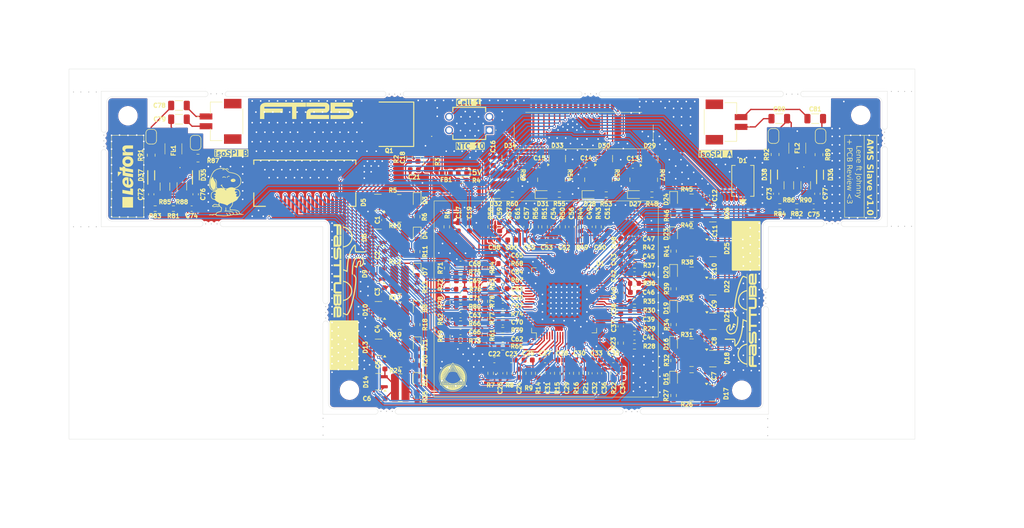
<source format=kicad_pcb>
(kicad_pcb
	(version 20240108)
	(generator "pcbnew")
	(generator_version "8.0")
	(general
		(thickness 1.6)
		(legacy_teardrops no)
	)
	(paper "A4")
	(layers
		(0 "F.Cu" signal)
		(1 "In1.Cu" signal)
		(2 "In2.Cu" signal)
		(31 "B.Cu" signal)
		(32 "B.Adhes" user "B.Adhesive")
		(33 "F.Adhes" user "F.Adhesive")
		(34 "B.Paste" user)
		(35 "F.Paste" user)
		(36 "B.SilkS" user "B.Silkscreen")
		(37 "F.SilkS" user "F.Silkscreen")
		(38 "B.Mask" user)
		(39 "F.Mask" user)
		(40 "Dwgs.User" user "User.Drawings")
		(41 "Cmts.User" user "User.Comments")
		(42 "Eco1.User" user "User.Eco1")
		(43 "Eco2.User" user "User.Eco2")
		(44 "Edge.Cuts" user)
		(45 "Margin" user)
		(46 "B.CrtYd" user "B.Courtyard")
		(47 "F.CrtYd" user "F.Courtyard")
		(48 "B.Fab" user)
		(49 "F.Fab" user)
		(50 "User.1" user)
		(51 "User.2" user)
		(52 "User.3" user)
		(53 "User.4" user)
		(54 "User.5" user)
		(55 "User.6" user)
		(56 "User.7" user)
		(57 "User.8" user)
		(58 "User.9" user)
	)
	(setup
		(stackup
			(layer "F.SilkS"
				(type "Top Silk Screen")
			)
			(layer "F.Paste"
				(type "Top Solder Paste")
			)
			(layer "F.Mask"
				(type "Top Solder Mask")
				(thickness 0.01)
			)
			(layer "F.Cu"
				(type "copper")
				(thickness 0.035)
			)
			(layer "dielectric 1"
				(type "prepreg")
				(thickness 0.1)
				(material "FR4")
				(epsilon_r 4.5)
				(loss_tangent 0.02)
			)
			(layer "In1.Cu"
				(type "copper")
				(thickness 0.035)
			)
			(layer "dielectric 2"
				(type "core")
				(thickness 1.24)
				(material "FR4")
				(epsilon_r 4.5)
				(loss_tangent 0.02)
			)
			(layer "In2.Cu"
				(type "copper")
				(thickness 0.035)
			)
			(layer "dielectric 3"
				(type "prepreg")
				(thickness 0.1)
				(material "FR4")
				(epsilon_r 4.5)
				(loss_tangent 0.02)
			)
			(layer "B.Cu"
				(type "copper")
				(thickness 0.035)
			)
			(layer "B.Mask"
				(type "Bottom Solder Mask")
				(thickness 0.01)
			)
			(layer "B.Paste"
				(type "Bottom Solder Paste")
			)
			(layer "B.SilkS"
				(type "Bottom Silk Screen")
			)
			(copper_finish "None")
			(dielectric_constraints no)
		)
		(pad_to_mask_clearance 0)
		(allow_soldermask_bridges_in_footprints no)
		(pcbplotparams
			(layerselection 0x00010fc_ffffffff)
			(plot_on_all_layers_selection 0x0000000_00000000)
			(disableapertmacros no)
			(usegerberextensions no)
			(usegerberattributes yes)
			(usegerberadvancedattributes yes)
			(creategerberjobfile no)
			(dashed_line_dash_ratio 12.000000)
			(dashed_line_gap_ratio 3.000000)
			(svgprecision 4)
			(plotframeref no)
			(viasonmask no)
			(mode 1)
			(useauxorigin yes)
			(hpglpennumber 1)
			(hpglpenspeed 20)
			(hpglpendiameter 15.000000)
			(pdf_front_fp_property_popups yes)
			(pdf_back_fp_property_popups yes)
			(dxfpolygonmode yes)
			(dxfimperialunits yes)
			(dxfusepcbnewfont yes)
			(psnegative no)
			(psa4output no)
			(plotreference yes)
			(plotvalue no)
			(plotfptext yes)
			(plotinvisibletext no)
			(sketchpadsonfab no)
			(subtractmaskfromsilk yes)
			(outputformat 1)
			(mirror no)
			(drillshape 0)
			(scaleselection 1)
			(outputdirectory "gerber/")
		)
	)
	(net 0 "")
	(net 1 "GND")
	(net 2 "Net-(U1-V+)")
	(net 3 "Net-(U1-DRIVE)")
	(net 4 "Net-(U1-VREF1)")
	(net 5 "+5V")
	(net 6 "/FilterBalancingNetwork/CB")
	(net 7 "/FilterBalancingNetwork/CB:A")
	(net 8 "/FilterBalancingNetwork/CA")
	(net 9 "/Cell 15{slash}16")
	(net 10 "/S16P")
	(net 11 "/S15P")
	(net 12 "/Cell 15{slash}14")
	(net 13 "/FilterBalancingNetwork1/CB:A")
	(net 14 "/FilterBalancingNetwork1/CB")
	(net 15 "/FilterBalancingNetwork1/CA")
	(net 16 "/S14P")
	(net 17 "/Cell 14{slash}13")
	(net 18 "/S13P")
	(net 19 "/Cell 13{slash}12")
	(net 20 "/FilterBalancingNetwork2/CB")
	(net 21 "/FilterBalancingNetwork2/CB:A")
	(net 22 "/FilterBalancingNetwork2/CA")
	(net 23 "/S12P")
	(net 24 "/Cell 12{slash}11")
	(net 25 "/S11P")
	(net 26 "/Cell 11{slash}10")
	(net 27 "/FilterBalancingNetwork3/CB")
	(net 28 "/FilterBalancingNetwork3/CB:A")
	(net 29 "/FilterBalancingNetwork3/CA")
	(net 30 "/Cell 10{slash}9")
	(net 31 "/S10P")
	(net 32 "/S9P")
	(net 33 "/Cell 9{slash}8")
	(net 34 "/FilterBalancingNetwork4/CB")
	(net 35 "/FilterBalancingNetwork4/CB:A")
	(net 36 "/FilterBalancingNetwork4/CA")
	(net 37 "/Cell 8{slash}7")
	(net 38 "/S8P")
	(net 39 "/Cell 7{slash}6")
	(net 40 "/S7P")
	(net 41 "/FilterBalancingNetwork5/CB:A")
	(net 42 "/FilterBalancingNetwork5/CB")
	(net 43 "/FilterBalancingNetwork5/CA")
	(net 44 "/Cell 6{slash}5")
	(net 45 "/S6P")
	(net 46 "/S5P")
	(net 47 "/Cell 5{slash}4")
	(net 48 "/FilterBalancingNetwork6/CB:A")
	(net 49 "/FilterBalancingNetwork6/CB")
	(net 50 "/FilterBalancingNetwork6/CA")
	(net 51 "/Cell 4{slash}3")
	(net 52 "/S4P")
	(net 53 "/S3P")
	(net 54 "/Cell 3{slash}2")
	(net 55 "/FilterBalancingNetwork7/CB")
	(net 56 "/FilterBalancingNetwork7/CB:A")
	(net 57 "/FilterBalancingNetwork7/CA")
	(net 58 "/Cell 2{slash}1")
	(net 59 "/S2P")
	(net 60 "/S1P")
	(net 61 "/NTC/V_out_1")
	(net 62 "/NTC/V_out_4")
	(net 63 "/NTC/V_out_7")
	(net 64 "/NTC/V_out_9")
	(net 65 "/NTC/V_out_2")
	(net 66 "/NTC/V_out_5")
	(net 67 "/NTC/V_out_10")
	(net 68 "/NTC/V_out_8")
	(net 69 "/NTC/V_out_3")
	(net 70 "/NTC/V_out_6")
	(net 71 "Clamp")
	(net 72 "/Cell 16")
	(net 73 "VBUS")
	(net 74 "+5V_NTC")
	(net 75 "unconnected-(U1-NC-Pad66)")
	(net 76 "/isoSPI/IPB")
	(net 77 "/isoSPI/IMA")
	(net 78 "/isoSPI/IMB")
	(net 79 "/isoSPI/IPA")
	(net 80 "Net-(C76-Pad2)")
	(net 81 "Net-(C77-Pad2)")
	(net 82 "Net-(J10-Pin_1)")
	(net 83 "Net-(JP1-B)")
	(net 84 "Net-(J10-Pin_2)")
	(net 85 "Net-(JP2-B)")
	(net 86 "Net-(JP3-B)")
	(net 87 "Net-(JP4-B)")
	(net 88 "Net-(D2-A)")
	(net 89 "Net-(D3-A)")
	(net 90 "Net-(D4-A)")
	(net 91 "Net-(D7-A)")
	(net 92 "Net-(D11-A)")
	(net 93 "Net-(D12-A)")
	(net 94 "/NTC/NTC2")
	(net 95 "/NTC/NTC3")
	(net 96 "/NTC/NTC1")
	(net 97 "/NTC/NTC6")
	(net 98 "/NTC/NTC4")
	(net 99 "/NTC/NTC5")
	(net 100 "/NTC/NTC9")
	(net 101 "/NTC/NTC7")
	(net 102 "/C2{slash}1_out")
	(net 103 "Net-(Q1-C)")
	(net 104 "Net-(D15-A)")
	(net 105 "Net-(D16-A)")
	(net 106 "Net-(D8-A)")
	(net 107 "Net-(D19-A)")
	(net 108 "Net-(D20-A)")
	(net 109 "Net-(D23-A)")
	(net 110 "Net-(D24-A)")
	(net 111 "Net-(D27-A)")
	(net 112 "Net-(D28-A)")
	(net 113 "Net-(D31-A)")
	(net 114 "Net-(D32-A)")
	(net 115 "Net-(D35-A2)")
	(net 116 "Net-(D36-A2)")
	(net 117 "Net-(D37-A2)")
	(net 118 "Net-(D38-A2)")
	(net 119 "Net-(JP1-A)")
	(net 120 "Net-(JP2-A)")
	(net 121 "Net-(JP3-A)")
	(net 122 "Net-(JP4-A)")
	(net 123 "Net-(Q1-E)")
	(net 124 "Net-(Q1-B)")
	(net 125 "/NTC/NTC8")
	(net 126 "NTC10_out")
	(net 127 "NTC10")
	(net 128 "Net-(J8-Pin_1)")
	(net 129 "Net-(J8-Pin_2)")
	(net 130 "/Cell_GND")
	(footprint "Capacitor_SMD:C_0603_1608Metric" (layer "F.Cu") (at 139.3 108.45 180))
	(footprint (layer "F.Cu") (at 86.25 74.75 90))
	(footprint "Resistor_SMD:R_0603_1608Metric" (layer "F.Cu") (at 161.6 121.9 90))
	(footprint (layer "F.Cu") (at 212.8 99.8 -90))
	(footprint "Resistor_SMD:R_0603_1608Metric" (layer "F.Cu") (at 139.3 119.45))
	(footprint (layer "F.Cu") (at 212.8 74.3 -90))
	(footprint "Capacitor_SMD:C_0603_1608Metric" (layer "F.Cu") (at 177.9 121.5 90))
	(footprint "Resistor_SMD:R_0603_1608Metric" (layer "F.Cu") (at 144.2 127.599999 90))
	(footprint (layer "F.Cu") (at 189.4 139.4))
	(footprint (layer "F.Cu") (at 215.3 74.3 -90))
	(footprint "Resistor_SMD:R_0603_1608Metric" (layer "F.Cu") (at 158.8625 93.8 180))
	(footprint "Capacitor_SMD:C_0603_1608Metric" (layer "F.Cu") (at 116.9 105.3 -90))
	(footprint "Package_TO_SOT_SMD:SOT-23" (layer "F.Cu") (at 167.1 87.1 90))
	(footprint "Resistor_SMD:R_0603_1608Metric" (layer "F.Cu") (at 146 127.600001 90))
	(footprint (layer "F.Cu") (at 61 74.4 -90))
	(footprint "Resistor_SMD:R_0603_1608Metric" (layer "F.Cu") (at 164.2 103.8 180))
	(footprint "LED_SMD:LED_0603_1608Metric" (layer "F.Cu") (at 123.1 108.299999 -90))
	(footprint "Capacitor_SMD:C_0603_1608Metric" (layer "F.Cu") (at 122.55 89.1 180))
	(footprint "Resistor_SMD:R_1206_3216Metric" (layer "F.Cu") (at 196.6 92.05 90))
	(footprint "Capacitor_SMD:C_0603_1608Metric" (layer "F.Cu") (at 131.3 110.1 180))
	(footprint "Resistor_SMD:R_0603_1608Metric" (layer "F.Cu") (at 139.3 116.4))
	(footprint (layer "F.Cu") (at 105.8 115 180))
	(footprint "Package_TO_SOT_SMD:SOT-23" (layer "F.Cu") (at 115.6625 95.3 180))
	(footprint (layer "F.Cu") (at 119.95 74.8 90))
	(footprint "FaSTTUBe_logos:FTLogo_small" (layer "F.Cu") (at 184.3 117.6 90))
	(footprint "Resistor_SMD:R_0603_1608Metric" (layer "F.Cu") (at 73.55 96.45))
	(footprint "LED_SMD:LED_0603_1608Metric" (layer "F.Cu") (at 123.1 122.2 -90))
	(footprint "Resistor_SMD:R_0603_1608Metric" (layer "F.Cu") (at 140.4 99.9 -90))
	(footprint "Slave:DLW43SH101XK2L" (layer "F.Cu") (at 77 85.15 90))
	(footprint "Capacitor_SMD:C_0603_1608Metric" (layer "F.Cu") (at 152.3 99.9 90))
	(footprint "Slave:Balancing" (layer "F.Cu") (at 119.8 117.25 180))
	(footprint "Resistor_SMD:R_0603_1608Metric" (layer "F.Cu") (at 137 127.600001 90))
	(footprint (layer "F.Cu") (at 63.85 83.65 180))
	(footprint "Capacitor_SMD:C_0603_1608Metric" (layer "F.Cu") (at 137.7 125.1))
	(footprint "Capacitor_SMD:C_0603_1608Metric" (layer "F.Cu") (at 139.3 117.95 180))
	(footprint (layer "F.Cu") (at 118.85 74.8 90))
	(footprint "Resistor_SMD:R_0805_2012Metric" (layer "F.Cu") (at 81.65 86.9 180))
	(footprint "Jumper:SolderJumper-2_P1.3mm_Open_RoundedPad1.0x1.5mm" (layer "F.Cu") (at 81.2 84 90))
	(footprint "Slave:illuminati"
		(layer "F.Cu")
		(uuid "20998059-b057-4418-a5aa-f14ac78fedf3")
		(at 129.85 128.3)
		(property "Reference" "G***"
			(at 0 0 0)
			(layer "F.SilkS")
			(hide yes)
			(uuid "c68e5fd3-f700-4bd4-adbc-031273388dcf")
			(effects
				(font
					(size 1.5 1.5)
					(thickness 0.3)
				)
			)
		)
		(property "Value" "LOGO"
			(at 0.75 0 0)
			(layer "F.SilkS")
			(hide yes)
			(uuid "b163ef90-926c-4520-99a5-733037a6fb85")
			(effects
				(font
					(size 1.5 1.5)
					(thickness 0.3)
				)
			)
		)
		(property "Footprint" "Slave:illuminati"
			(at 0 0 0)
			(unlocked yes)
			(layer "F.Fab")
			(hide yes)
			(uuid "eae945ba-a4b4-474b-be02-438478b87b73")
			(effects
				(font
					(size 1.27 1.27)
				)
			)
		)
		(property "Datasheet" ""
			(at 0 0 0)
			(unlocked yes)
			(layer "F.Fab")
			(hide yes)
			(uuid "835a0fba-1b8a-40be-bdf9-f68d04afb878")
			(effects
				(font
					(size 1.27 1.27)
				)
			)
		)
		(property "Description" ""
			(at 0 0 0)
			(unlocked yes)
			(layer "F.Fab")
			(hide yes)
			(uuid "fda524db-4989-4af9-b0b2-0d65e27e4270")
			(effects
				(font
					(size 1.27 1.27)
				)
			)
		)
		(attr board_only exclude_from_pos_files exclude_from_bom)
		(fp_poly
			(pts
				(xy 0.015257 -2.323511) (xy 0.032802 -2.309948) (xy 0.054677 -2.282902) (xy 0.083633 -2.23874) (xy 0.122424 -2.173829)
				(xy 0.144827 -2.135136) (xy 0.184172 -2.066749) (xy 0.234577 -1.979115) (xy 0.292375 -1.878608)
				(xy 0.353902 -1.771603) (xy 0.415491 -1.664475) (xy 0.450715 -1.603199) (xy 0.497831 -1.521262)
				(xy 0.557304 -1.417884) (xy 0.626736 -1.297229) (xy 0.703731 -1.163461) (xy 0.785891 -1.020746)
				(xy 0.870819 -0.873247) (xy 0.956118 -0.72513) (xy 1.03939 -0.580558) (xy 1.041863 -0.576265) (xy 1.126651 -0.429044)
				(xy 1.214854 -0.275837) (xy 1.303854 -0.121191) (xy 1.391034 0.030342) (xy 1.473778 0.174215) (xy 1.549469 0.305878)
				(xy 1.615489 0.42078) (xy 1.666582 0.509773) (xy 1.729795 0.619887) (xy 1.794142 0.731884) (xy 1.856537 0.840402)
				(xy 1.913894 0.940074) (xy 1.963127 1.025537) (xy 2.001151 1.091424) (xy 2.005114 1.09828) (xy 2.048651 1.176314)
				(xy 2.081925 1.241613) (xy 2.103083 1.290273) (xy 2.110275 1.318386) (xy 2.110155 1.31992) (xy 2.105585 1.352007)
				(xy 0.006207 1.355752) (xy -0.240544 1.356123) (xy -0.47919 1.356348) (xy -0.708062 1.356432) (xy -0.925489 1.356379)
				(xy -1.129801 1.356194) (xy -1.319329 1.355883) (xy -1.492402 1.355449) (xy -1.64735 1.354898) (xy -1.782502 1.354236)
				(xy -1.89619 1.353465) (xy -1.986743 1.352592) (xy -2.05249 1.351622) (xy -2.091762 1.350559) (xy -2.103071 1.349595)
				(xy -2.107384 1.345355) (xy -2.110881 1.340807) (xy -2.112884 1.334719) (xy -2.112717 1.325864)
				(xy -2.109702 1.313009) (xy -2.103163 1.294927) (xy -2.092423 1.270387) (xy -2.076804 1.238159)
				(xy -2.058726 1.20303) (xy -1.931669 1.20303) (xy -1.925999 1.226838) (xy -1.920873 1.233812) (xy -1.899205 1.246622)
				(xy -1.865495 1.254394) (xy -1.828712 1.256889) (xy -1.797828 1.253867) (xy -1.781812 1.24509) (xy -1.782729 1.237493)
				(xy -1.802481 1.210928) (xy -1.830938 1.178445) (xy -1.860567 1.147946) (xy -1.883833 1.127333)
				(xy -1.891913 1.122979) (xy -1.904231 1.13514) (xy -1.919778 1.164681) (xy -1.92089 1.16732) (xy -1.931669 1.20303)
				(xy -2.058726 1.20303) (xy -2.055629 1.197013) (xy -2.028222 1.145719) (xy -1.993905 1.083049) (xy -1.959506 1.021253)
				(xy -1.833869 1.021253) (xy -1.719666 1.138608) (xy -1.669257 1.18986) (xy -1.63343 1.223487) (xy -1.606319 1.2432)
				(xy -1.582058 1.25271) (xy -1.554781 1.255726) (xy -1.534145 1.255963) (xy -1.492848 1.253215) (xy -1.467102 1.246214)
				(xy -1.462827 1.241187) (xy -1.472715 1.226827) (xy -1.47576 1.226411) (xy -1.490267 1.216443) (xy -1.521301 1.189058)
				(xy -1.564795 1.14803) (xy -1.616679 1.097135) (xy -1.636957 1.076794) (xy -1.785221 0.927177) (xy -1.809545 0.974215)
				(xy -1.833869 1.021253) (xy -1.959506 1.021253) (xy -1.952001 1.007771) (xy -1.901833 0.918656)
				(xy -1.842724 0.814474) (xy -1.839402 0.80865) (xy -1.707721 0.80865) (xy -1.705985 0.830367) (xy -1.690788 0.856562)
				(xy -1.659024 0.895852) (xy -1.657792 0.897311) (xy -1.56788 0.995763) (xy -1.465409 1.091735) (xy -1.366783 1.173612)
				(xy -1.316287 1.212924) (xy -1.280133 1.237116) (xy -1.249807 1.249799) (xy -1.216794 1.254586)
				(xy -1.174694 1.255106) (xy -1.126195 1.254366) (xy -1.103185 1.251781) (xy -1.101602 1.245335)
				(xy -1.117382 1.233011) (xy -1.122753 1.22933) (xy -1.340444 1.06278) (xy -1.526233 0.887514) (xy -1.578129 0.833867)
				(xy -1.622467 0.788825) (xy -1.655404 0.756236) (xy -1.673092 0.739945) (xy -1.674927 0.738802)
				(xy -1.684014 0.750872) (xy -1.698015 0.780189) (xy -1.699106 0.782797) (xy -1.707721 0.80865) (xy -1.839402 0.80865)
				(xy -1.773997 0.693996) (xy -1.734649 0.625278) (xy -1.597776 0.625278) (xy -1.589692 0.645854)
				(xy -1.569064 0.675173) (xy -1.533197 0.718707) (xy -1.508886 0.747305) (xy -1.378401 0.88665) (xy -1.236927 1.009673)
				(xy -1.077379 1.122146) (xy -0.966945 1.188729) (xy -0.909752 1.220614) (xy -0.86747 1.240354) (xy -0.829584 1.250864)
				(xy -0.785577 1.255059) (xy -0.724933 1.255853) (xy -0.724764 1.255853) (xy -0.670316 1.254587)
				(xy -0.631333 1.251109) (xy -0.613633 1.246062) (xy -0.613944 1.243629) (xy -0.617971 1.241399)
				(xy 0.618085 1.241399) (xy 0.626156 1.24994) (xy 0.663025 1.254655) (xy 0.721659 1.255963) (xy 0.794005 1.253809)
				(xy 0.84711 1.246198) (xy 0.851378 1.244761) (xy 1.101589 1.244761) (xy 1.104165 1.251494) (xy 1.127718 1.254438)
				(xy 1.173352 1.255305) (xy 1.222674 1.253994) (xy 1.259391 1.246374) (xy 1.262337 1.244881) (xy 1.46529 1.244881)
				(xy 1.475588 1.251191) (xy 1.507319 1.255204) (xy 1.533516 1.255963) (xy 1.566239 1.255188) (xy 1.591808 1.25037)
				(xy 1.592948 1.249779) (xy 1.773124 1.249779) (xy 1.785769 1.256638) (xy 1.816849 1.257627) (xy 1.856085 1.253857)
				(xy 1.893197 1.246441) (xy 1.917905 1.236487) (xy 1.920873 1.233812) (xy 1.931668 1.211129) (xy 1.926011 1.180482)
				(xy 1.92089 1.16732) (xy 1.90539 1.136893) (xy 1.892625 1.123057) (xy 1.891964 1.122979) (xy 1.877849 1.132975)
				(xy 1.851931 1.157798) (xy 1.821473 1.189697) (xy 1.79374 1.220919) (xy 1.775995 1.243716) (xy 1.773124 1.249779)
				(xy 1.592948 1.249779) (xy 1.616123 1.237768) (xy 1.645082 1.213641) (xy 1.684587 1.1
... [3029806 chars truncated]
</source>
